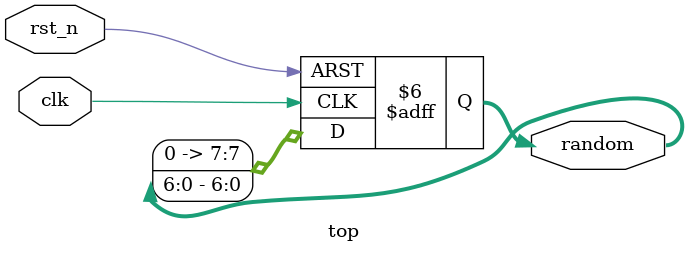
<source format=v>
module top(
    input wire clk,          // 时钟信号
    input wire rst_n,        // 低电平复位
    output reg [7:0] random  // 8 位伪随机数输出
);

    wire feedback;
    assign feedback = random[4] ^ random[3] ^ random[2] ^ random[0];
    always @(posedge clk or negedge rst_n) begin
        if (!rst_n)
            random <= 8'b00000001;  // 初始状态为非零
        else
            // 右移并将 feedback 放入最高位
            random <= {random[6:0]};
    end

endmodule

</source>
